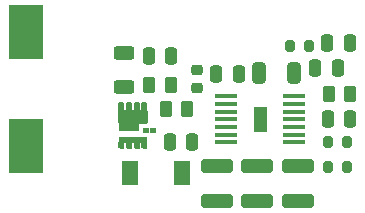
<source format=gtp>
G04 #@! TF.GenerationSoftware,KiCad,Pcbnew,(6.0.5)*
G04 #@! TF.CreationDate,2023-01-30T16:32:02-08:00*
G04 #@! TF.ProjectId,12V_Converter_TPS611781,3132565f-436f-46e7-9665-727465725f54,rev?*
G04 #@! TF.SameCoordinates,Original*
G04 #@! TF.FileFunction,Paste,Top*
G04 #@! TF.FilePolarity,Positive*
%FSLAX46Y46*%
G04 Gerber Fmt 4.6, Leading zero omitted, Abs format (unit mm)*
G04 Created by KiCad (PCBNEW (6.0.5)) date 2023-01-30 16:32:02*
%MOMM*%
%LPD*%
G01*
G04 APERTURE LIST*
G04 Aperture macros list*
%AMRoundRect*
0 Rectangle with rounded corners*
0 $1 Rounding radius*
0 $2 $3 $4 $5 $6 $7 $8 $9 X,Y pos of 4 corners*
0 Add a 4 corners polygon primitive as box body*
4,1,4,$2,$3,$4,$5,$6,$7,$8,$9,$2,$3,0*
0 Add four circle primitives for the rounded corners*
1,1,$1+$1,$2,$3*
1,1,$1+$1,$4,$5*
1,1,$1+$1,$6,$7*
1,1,$1+$1,$8,$9*
0 Add four rect primitives between the rounded corners*
20,1,$1+$1,$2,$3,$4,$5,0*
20,1,$1+$1,$4,$5,$6,$7,0*
20,1,$1+$1,$6,$7,$8,$9,0*
20,1,$1+$1,$8,$9,$2,$3,0*%
G04 Aperture macros list end*
%ADD10C,0.100000*%
%ADD11RoundRect,0.250000X0.262500X0.450000X-0.262500X0.450000X-0.262500X-0.450000X0.262500X-0.450000X0*%
%ADD12R,1.400000X2.100000*%
%ADD13RoundRect,0.250000X0.250000X0.475000X-0.250000X0.475000X-0.250000X-0.475000X0.250000X-0.475000X0*%
%ADD14RoundRect,0.250000X-0.250000X-0.475000X0.250000X-0.475000X0.250000X0.475000X-0.250000X0.475000X0*%
%ADD15RoundRect,0.250000X-0.325000X-0.650000X0.325000X-0.650000X0.325000X0.650000X-0.325000X0.650000X0*%
%ADD16RoundRect,0.225000X-0.250000X0.225000X-0.250000X-0.225000X0.250000X-0.225000X0.250000X0.225000X0*%
%ADD17RoundRect,0.250000X0.625000X-0.312500X0.625000X0.312500X-0.625000X0.312500X-0.625000X-0.312500X0*%
%ADD18R,1.955432X0.420766*%
%ADD19RoundRect,0.250000X1.100000X-0.325000X1.100000X0.325000X-1.100000X0.325000X-1.100000X-0.325000X0*%
%ADD20R,2.997200X4.648200*%
%ADD21RoundRect,0.050000X-0.837500X0.500000X-0.837500X-0.500000X0.837500X-0.500000X0.837500X0.500000X0*%
%ADD22RoundRect,0.050000X-0.175000X0.337500X-0.175000X-0.337500X0.175000X-0.337500X0.175000X0.337500X0*%
%ADD23RoundRect,0.031429X-1.218571X0.518571X-1.218571X-0.518571X1.218571X-0.518571X1.218571X0.518571X0*%
%ADD24RoundRect,0.050000X-1.150000X0.175000X-1.150000X-0.175000X1.150000X-0.175000X1.150000X0.175000X0*%
%ADD25RoundRect,0.050000X-0.175000X0.225000X-0.175000X-0.225000X0.175000X-0.225000X0.175000X0.225000X0*%
%ADD26RoundRect,0.200000X-0.200000X-0.275000X0.200000X-0.275000X0.200000X0.275000X-0.200000X0.275000X0*%
G04 APERTURE END LIST*
G36*
X83676582Y-113152888D02*
G01*
X82662802Y-113152888D01*
X82662802Y-111099110D01*
X83676582Y-111099110D01*
X83676582Y-113152888D01*
G37*
D10*
X83676582Y-113152888D02*
X82662802Y-113152888D01*
X82662802Y-111099110D01*
X83676582Y-111099110D01*
X83676582Y-113152888D01*
G36*
X72214999Y-114523501D02*
G01*
X71915000Y-114523501D01*
X71915000Y-114123502D01*
X72214999Y-114123502D01*
X72214999Y-114523501D01*
G37*
X72214999Y-114523501D02*
X71915000Y-114523501D01*
X71915000Y-114123502D01*
X72214999Y-114123502D01*
X72214999Y-114523501D01*
G36*
X73658995Y-113244000D02*
G01*
X73239006Y-113244000D01*
X73239006Y-112844000D01*
X73658995Y-112844000D01*
X73658995Y-113244000D01*
G37*
X73658995Y-113244000D02*
X73239006Y-113244000D01*
X73239006Y-112844000D01*
X73658995Y-112844000D01*
X73658995Y-113244000D01*
G36*
X71564999Y-111344499D02*
G01*
X71265000Y-111344499D01*
X71265000Y-110774498D01*
X71564999Y-110774498D01*
X71564999Y-111344499D01*
G37*
X71564999Y-111344499D02*
X71265000Y-111344499D01*
X71265000Y-110774498D01*
X71564999Y-110774498D01*
X71564999Y-111344499D01*
G36*
X72824998Y-113054000D02*
G01*
X71225002Y-113054000D01*
X71225002Y-112554001D01*
X72824998Y-112554001D01*
X72824998Y-113054000D01*
G37*
X72824998Y-113054000D02*
X71225002Y-113054000D01*
X71225002Y-112554001D01*
X72824998Y-112554001D01*
X72824998Y-113054000D01*
G36*
X73554999Y-111874005D02*
G01*
X72455001Y-111874005D01*
X72455001Y-111493995D01*
X73554999Y-111493995D01*
X73554999Y-111874005D01*
G37*
X73554999Y-111874005D02*
X72455001Y-111874005D01*
X72455001Y-111493995D01*
X73554999Y-111493995D01*
X73554999Y-111874005D01*
G36*
X72324999Y-111874005D02*
G01*
X71225001Y-111874005D01*
X71225001Y-111493995D01*
X72324999Y-111493995D01*
X72324999Y-111874005D01*
G37*
X72324999Y-111874005D02*
X71225001Y-111874005D01*
X71225001Y-111493995D01*
X72324999Y-111493995D01*
X72324999Y-111874005D01*
G36*
X72324999Y-112404005D02*
G01*
X71225001Y-112404005D01*
X71225001Y-112023995D01*
X72324999Y-112023995D01*
X72324999Y-112404005D01*
G37*
X72324999Y-112404005D02*
X71225001Y-112404005D01*
X71225001Y-112023995D01*
X72324999Y-112023995D01*
X72324999Y-112404005D01*
G36*
X73514996Y-113993995D02*
G01*
X72455004Y-113993995D01*
X72455004Y-113774005D01*
X73514996Y-113774005D01*
X73514996Y-113993995D01*
G37*
X73514996Y-113993995D02*
X72455004Y-113993995D01*
X72455004Y-113774005D01*
X73514996Y-113774005D01*
X73514996Y-113993995D01*
G36*
X73514999Y-111344499D02*
G01*
X73215000Y-111344499D01*
X73215000Y-110774498D01*
X73514999Y-110774498D01*
X73514999Y-111344499D01*
G37*
X73514999Y-111344499D02*
X73215000Y-111344499D01*
X73215000Y-110774498D01*
X73514999Y-110774498D01*
X73514999Y-111344499D01*
G36*
X72864999Y-114523501D02*
G01*
X72565000Y-114523501D01*
X72565000Y-114123502D01*
X72864999Y-114123502D01*
X72864999Y-114523501D01*
G37*
X72864999Y-114523501D02*
X72565000Y-114523501D01*
X72565000Y-114123502D01*
X72864999Y-114123502D01*
X72864999Y-114523501D01*
G36*
X72324996Y-113993995D02*
G01*
X71265004Y-113993995D01*
X71265004Y-113774005D01*
X72324996Y-113774005D01*
X72324996Y-113993995D01*
G37*
X72324996Y-113993995D02*
X71265004Y-113993995D01*
X71265004Y-113774005D01*
X72324996Y-113774005D01*
X72324996Y-113993995D01*
G36*
X72214999Y-111344499D02*
G01*
X71915000Y-111344499D01*
X71915000Y-110774498D01*
X72214999Y-110774498D01*
X72214999Y-111344499D01*
G37*
X72214999Y-111344499D02*
X71915000Y-111344499D01*
X71915000Y-110774498D01*
X72214999Y-110774498D01*
X72214999Y-111344499D01*
G36*
X73554999Y-112404005D02*
G01*
X72455001Y-112404005D01*
X72455001Y-112023995D01*
X73554999Y-112023995D01*
X73554999Y-112404005D01*
G37*
X73554999Y-112404005D02*
X72455001Y-112404005D01*
X72455001Y-112023995D01*
X73554999Y-112023995D01*
X73554999Y-112404005D01*
G36*
X71564999Y-114523501D02*
G01*
X71265000Y-114523501D01*
X71265000Y-114123502D01*
X71564999Y-114123502D01*
X71564999Y-114523501D01*
G37*
X71564999Y-114523501D02*
X71265000Y-114523501D01*
X71265000Y-114123502D01*
X71564999Y-114123502D01*
X71564999Y-114523501D01*
G36*
X72864999Y-111344499D02*
G01*
X72565000Y-111344499D01*
X72565000Y-110774498D01*
X72864999Y-110774498D01*
X72864999Y-111344499D01*
G37*
X72864999Y-111344499D02*
X72565000Y-111344499D01*
X72565000Y-110774498D01*
X72864999Y-110774498D01*
X72864999Y-111344499D01*
G36*
X73514999Y-114523501D02*
G01*
X73215000Y-114523501D01*
X73215000Y-114123502D01*
X73514999Y-114123502D01*
X73514999Y-114523501D01*
G37*
X73514999Y-114523501D02*
X73215000Y-114523501D01*
X73215000Y-114123502D01*
X73514999Y-114123502D01*
X73514999Y-114523501D01*
G36*
X74228995Y-113244000D02*
G01*
X73809006Y-113244000D01*
X73809006Y-112844000D01*
X74228995Y-112844000D01*
X74228995Y-113244000D01*
G37*
X74228995Y-113244000D02*
X73809006Y-113244000D01*
X73809006Y-112844000D01*
X74228995Y-112844000D01*
X74228995Y-113244000D01*
D11*
X75588500Y-109220000D03*
X73763500Y-109220000D03*
D12*
X76581000Y-116713000D03*
X72181000Y-116713000D03*
D13*
X90799742Y-112125999D03*
X88899742Y-112125999D03*
D14*
X79441000Y-108331000D03*
X81341000Y-108331000D03*
D15*
X83106742Y-108188999D03*
X86056742Y-108188999D03*
D16*
X77786024Y-107923217D03*
X77786024Y-109473217D03*
D17*
X71628000Y-109412500D03*
X71628000Y-106487500D03*
D11*
X76985500Y-111252000D03*
X75160500Y-111252000D03*
D13*
X75626000Y-106807000D03*
X73726000Y-106807000D03*
D18*
X80294308Y-110175998D03*
X80294308Y-110825999D03*
X80294308Y-111475998D03*
X80294308Y-112125999D03*
X80294308Y-112776000D03*
X80294308Y-113425999D03*
X80294308Y-114076000D03*
X86045076Y-114076000D03*
X86045076Y-113425999D03*
X86045076Y-112776000D03*
X86045076Y-112125999D03*
X86045076Y-111475998D03*
X86045076Y-110825999D03*
X86045076Y-110175998D03*
D11*
X90804742Y-109966999D03*
X88979742Y-109966999D03*
D19*
X82930742Y-119061999D03*
X82930742Y-116111999D03*
D14*
X88838742Y-105648999D03*
X90738742Y-105648999D03*
D20*
X63373000Y-114427000D03*
X63373000Y-104775000D03*
D14*
X87822742Y-107807999D03*
X89722742Y-107807999D03*
D19*
X86359742Y-119061999D03*
X86359742Y-116111999D03*
D21*
X72027500Y-112599000D03*
D22*
X73364999Y-111086499D03*
D23*
X72390000Y-111949000D03*
D22*
X72715001Y-111086499D03*
X72064999Y-111086499D03*
X71415001Y-111086499D03*
D24*
X72390000Y-113924000D03*
D25*
X71415001Y-114323501D03*
X72064999Y-114323501D03*
X72715001Y-114323501D03*
X73364999Y-114323501D03*
D19*
X79501742Y-119061999D03*
X79501742Y-116111999D03*
D26*
X85662000Y-105918000D03*
X87312000Y-105918000D03*
D14*
X75504000Y-114046000D03*
X77404000Y-114046000D03*
D26*
X88899742Y-116189999D03*
X90549742Y-116189999D03*
X88899742Y-114030999D03*
X90549742Y-114030999D03*
M02*

</source>
